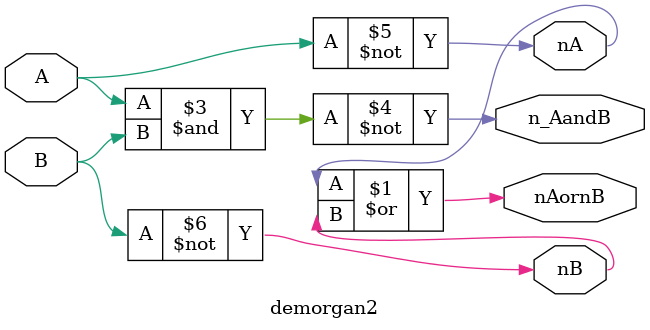
<source format=v>
module demorgan1
(
  input  A,          // Single bit inputs
  input  B,
  output nA,         // Output intermediate complemented inputs
  output nB,
  output nAandnB,    // Single bit outputs, ~A~B
  output n_AorB	     // ~(A+B)
);

  wire nA;
  wire nB;
  not Ainv(nA, A);   // Top inverter is named Ainv, takes signal A as input and produces signal nA
  not Binv(nB, B);
  and andgate(nAandnB, nA, nB); 	// AND gate produces nAandnB from nA and nB
  nor norgate(n_AorB, A, B);		// NOR gate produces n_AorB from A and B

endmodule


// this module proves the part of De Morgan's law that asserts ~A+~B = ~(AB)
// I know that since this overlaps very well with the previous module, I could have just added the extra single bit outputs and the extra gates to above --> but I kind of wanted to see how one would implement multiple modules (and I did learn through the process, but apologies if it is kind of redundant!)
module demorgan2
(
  input  A,      
  input  B,
  output nA,         
  output nB,
  output nAornB,      // ~A+~B
  output n_AandB      // ~(AB)
);

  wire nA;
  wire nB;
  not Ainv(nA, A);  	
  not Binv(nB, B);
  or orgate(nAornB, nA, nB);            // OR gate produces nAornB from nA and nB
  and andgate(nAandnB, nA, nB); 	
  nand nandgate(n_AandB, A, B);		// NAND gate produces n_AandB from A and B

endmodule

</source>
